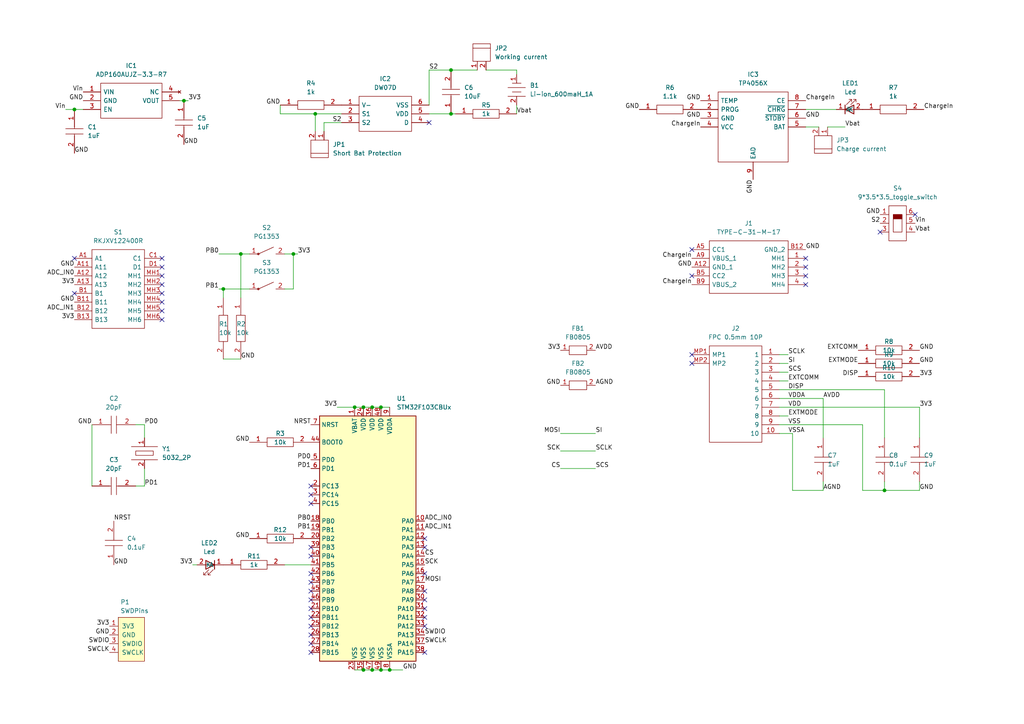
<source format=kicad_sch>
(kicad_sch (version 20211123) (generator eeschema)
  (paper "A4")
  (lib_symbols
    (symbol "Jumper_caps_1"
      (property "Reference" "JP" (at 0 2.54 0))
      (property "Value" "Jumper_caps_1" (at 0 2.54 0))
      (symbol "Jumper_caps_1_0_1"
        (rectangle (start -2.54 1.27) (end 2.54 -3.81))
        (polyline (pts (xy -2.54 0) (xy 2.54 0)))
      )
      (symbol "Jumper_caps_1_1_1"
        (pin bidirectional line (at -1.27 -6.35 90) (length 2.54) (name "") (number "1"))
        (pin bidirectional line (at 1.27 -6.35 90) (length 2.54) (name "") (number "2"))
      )
    )
    (symbol "Jumper_caps_2"
      (property "Reference" "JP" (at 0 2.54 0))
      (property "Value" "Jumper_caps_2" (at 0 2.54 0))
      (symbol "Jumper_caps_2_0_1"
        (rectangle (start -2.54 1.27) (end 2.54 -3.81))
        (polyline (pts (xy -2.54 0) (xy 2.54 0)))
      )
      (symbol "Jumper_caps_2_1_1"
        (pin bidirectional line (at -1.27 -6.35 90) (length 2.54) (name "") (number "1"))
        (pin bidirectional line (at 1.27 -6.35 90) (length 2.54) (name "") (number "2"))
      )
    )
    (symbol "MCU_ST_STM32F1:STM32F103CBUx"
      (property "Reference" "U" (at -15.24 36.83 0))
      (property "Value" "STM32F103CBUx" (at 7.62 36.83 0))
      (symbol "STM32F103CBUx_0_1"
        (rectangle (start -15.24 -35.56) (end 12.7 35.56) (stroke (width 0.254)) (fill (type background)))
      )
      (symbol "STM32F103CBUx_1_1"
        (pin power_in line (at -5.08 38.1 270) (length 2.54) (name "VBAT") (number "1"))
        (pin bidirectional line (at 15.24 5.08 180) (length 2.54) (name "PA0") (number "10"))
        (pin bidirectional line (at 15.24 2.54 180) (length 2.54) (name "PA1") (number "11"))
        (pin bidirectional line (at 15.24 0 180) (length 2.54) (name "PA2") (number "12"))
        (pin bidirectional line (at 15.24 -2.54 180) (length 2.54) (name "PA3") (number "13"))
        (pin bidirectional line (at 15.24 -5.08 180) (length 2.54) (name "PA4") (number "14"))
        (pin bidirectional line (at 15.24 -7.62 180) (length 2.54) (name "PA5") (number "15"))
        (pin bidirectional line (at 15.24 -10.16 180) (length 2.54) (name "PA6") (number "16"))
        (pin bidirectional line (at 15.24 -12.7 180) (length 2.54) (name "PA7") (number "17"))
        (pin bidirectional line (at -17.78 5.08 0) (length 2.54) (name "PB0") (number "18"))
        (pin bidirectional line (at -17.78 2.54 0) (length 2.54) (name "PB1") (number "19"))
        (pin bidirectional line (at -17.78 15.24 0) (length 2.54) (name "PC13") (number "2"))
        (pin bidirectional line (at -17.78 0 0) (length 2.54) (name "PB2") (number "20"))
        (pin bidirectional line (at -17.78 -20.32 0) (length 2.54) (name "PB10") (number "21"))
        (pin bidirectional line (at -17.78 -22.86 0) (length 2.54) (name "PB11") (number "22"))
        (pin power_in line (at -5.08 -38.1 90) (length 2.54) (name "VSS") (number "23"))
        (pin power_in line (at -2.54 38.1 270) (length 2.54) (name "VDD") (number "24"))
        (pin bidirectional line (at -17.78 -25.4 0) (length 2.54) (name "PB12") (number "25"))
        (pin bidirectional line (at -17.78 -27.94 0) (length 2.54) (name "PB13") (number "26"))
        (pin bidirectional line (at -17.78 -30.48 0) (length 2.54) (name "PB14") (number "27"))
        (pin bidirectional line (at -17.78 -33.02 0) (length 2.54) (name "PB15") (number "28"))
        (pin bidirectional line (at 15.24 -15.24 180) (length 2.54) (name "PA8") (number "29"))
        (pin bidirectional line (at -17.78 12.7 0) (length 2.54) (name "PC14") (number "3"))
        (pin bidirectional line (at 15.24 -17.78 180) (length 2.54) (name "PA9") (number "30"))
        (pin bidirectional line (at 15.24 -20.32 180) (length 2.54) (name "PA10") (number "31"))
        (pin bidirectional line (at 15.24 -22.86 180) (length 2.54) (name "PA11") (number "32"))
        (pin bidirectional line (at 15.24 -25.4 180) (length 2.54) (name "PA12") (number "33"))
        (pin bidirectional line (at 15.24 -27.94 180) (length 2.54) (name "PA13") (number "34"))
        (pin power_in line (at -2.54 -38.1 90) (length 2.54) (name "VSS") (number "35"))
        (pin power_in line (at 0 38.1 270) (length 2.54) (name "VDD") (number "36"))
        (pin bidirectional line (at 15.24 -30.48 180) (length 2.54) (name "PA14") (number "37"))
        (pin bidirectional line (at 15.24 -33.02 180) (length 2.54) (name "PA15") (number "38"))
        (pin bidirectional line (at -17.78 -2.54 0) (length 2.54) (name "PB3") (number "39"))
        (pin bidirectional line (at -17.78 10.16 0) (length 2.54) (name "PC15") (number "4"))
        (pin bidirectional line (at -17.78 -5.08 0) (length 2.54) (name "PB4") (number "40"))
        (pin bidirectional line (at -17.78 -7.62 0) (length 2.54) (name "PB5") (number "41"))
        (pin bidirectional line (at -17.78 -10.16 0) (length 2.54) (name "PB6") (number "42"))
        (pin bidirectional line (at -17.78 -12.7 0) (length 2.54) (name "PB7") (number "43"))
        (pin input line (at -17.78 27.94 0) (length 2.54) (name "BOOT0") (number "44"))
        (pin bidirectional line (at -17.78 -15.24 0) (length 2.54) (name "PB8") (number "45"))
        (pin bidirectional line (at -17.78 -17.78 0) (length 2.54) (name "PB9") (number "46"))
        (pin power_in line (at 0 -38.1 90) (length 2.54) (name "VSS") (number "47"))
        (pin power_in line (at 2.54 38.1 270) (length 2.54) (name "VDD") (number "48"))
        (pin power_in line (at 2.54 -38.1 90) (length 2.54) (name "VSS") (number "49"))
        (pin input line (at -17.78 22.86 0) (length 2.54) (name "PD0") (number "5"))
        (pin input line (at -17.78 20.32 0) (length 2.54) (name "PD1") (number "6"))
        (pin input line (at -17.78 33.02 0) (length 2.54) (name "NRST") (number "7"))
        (pin power_in line (at 5.08 -38.1 90) (length 2.54) (name "VSSA") (number "8"))
        (pin power_in line (at 5.08 38.1 270) (length 2.54) (name "VDDA") (number "9"))
      )
    )
    (symbol "dannySymLib:5032_2P" (pin_names (offset 1.016))
      (property "Reference" "Y" (at 0 0 0))
      (property "Value" "5032_2P" (at 0 2.54 0))
      (symbol "5032_2P_0_1"
        (polyline (pts (xy -2.54 -1.27) (xy -2.54 -8.89)))
        (polyline (pts (xy 1.27 -1.27) (xy 1.27 -8.89)))
        (polyline (pts (xy -1.27 -2.54) (xy -1.27 -7.62) (xy 0 -7.62) (xy 0 -2.54) (xy -1.27 -2.54)))
      )
      (symbol "5032_2P_1_1"
        (pin bidirectional line (at -5.08 -5.08 0) (length 2.54) (name "~") (number "1"))
        (pin bidirectional line (at 3.81 -5.08 180) (length 2.54) (name "~") (number "2"))
      )
    )
    (symbol "dannySymLib:9*3.5*3.5_toggle_switch"
      (property "Reference" "S" (at 6.35 -1.27 90))
      (property "Value" "9*3.5*3.5_toggle_switch" (at 0 7.62 0))
      (symbol "9*3.5*3.5_toggle_switch_0_1"
        (rectangle (start -1.27 0) (end 1.27 1.27) (fill (type outline)))
        (rectangle (start -1.27 1.27) (end 1.27 -3.81))
        (rectangle (start 2.54 3.81) (end -2.54 -6.35))
      )
      (symbol "9*3.5*3.5_toggle_switch_1_1"
        (pin bidirectional line (at -5.08 1.27 0) (length 2.54) (name "") (number "1"))
        (pin bidirectional line (at -5.08 -1.27 0) (length 2.54) (name "") (number "2"))
        (pin bidirectional line (at -5.08 -3.81 0) (length 2.54) (name "") (number "3"))
        (pin bidirectional line (at 5.08 -3.81 180) (length 2.54) (name "") (number "4"))
        (pin bidirectional line (at 5.08 -1.27 180) (length 2.54) (name "") (number "5"))
        (pin bidirectional line (at 5.08 1.27 180) (length 2.54) (name "") (number "6"))
      )
    )
    (symbol "dannySymLib:ADP160AUJZ-3.3-R7" (pin_names (offset 0.762))
      (property "Reference" "IC" (at 29.21 7.62 0))
      (property "Value" "ADP160AUJZ-3.3-R7" (at 29.21 5.08 0))
      (symbol "ADP160AUJZ-3.3-R7_0_0"
        (pin passive line (at 0 0 0) (length 5.08) (name "VIN") (number "1"))
        (pin passive line (at 0 -2.54 0) (length 5.08) (name "GND") (number "2"))
        (pin passive line (at 0 -5.08 0) (length 5.08) (name "EN") (number "3"))
        (pin no_connect line (at 27.94 0 180) (length 5.08) (name "NC") (number "4"))
        (pin passive line (at 27.94 -2.54 180) (length 5.08) (name "VOUT") (number "5"))
      )
      (symbol "ADP160AUJZ-3.3-R7_0_1"
        (polyline (pts (xy 5.08 2.54) (xy 22.86 2.54) (xy 22.86 -7.62) (xy 5.08 -7.62) (xy 5.08 2.54)) (stroke (width 0.1524)))
      )
    )
    (symbol "dannySymLib:C0603" (pin_names (offset 0.762))
      (property "Reference" "C" (at 8.89 6.35 0))
      (property "Value" "C0603" (at 8.89 3.81 0))
      (symbol "C0603_0_0"
        (pin passive line (at 0 0 0) (length 5.08) (name "~") (number "1"))
        (pin passive line (at 12.7 0 180) (length 5.08) (name "~") (number "2"))
      )
      (symbol "C0603_0_1"
        (polyline (pts (xy 5.08 0) (xy 5.588 0)) (stroke (width 0.1524)))
        (polyline (pts (xy 5.588 2.54) (xy 5.588 -2.54)) (stroke (width 0.1524)))
        (polyline (pts (xy 7.112 0) (xy 7.62 0)) (stroke (width 0.1524)))
        (polyline (pts (xy 7.112 2.54) (xy 7.112 -2.54)) (stroke (width 0.1524)))
      )
    )
    (symbol "dannySymLib:CR0603" (pin_names (offset 0.762))
      (property "Reference" "R" (at 13.97 6.35 0))
      (property "Value" "CR0603" (at 13.97 3.81 0))
      (symbol "CR0603_0_0"
        (pin passive line (at 0 0 0) (length 5.08) (name "~") (number "1"))
        (pin passive line (at 17.78 0 180) (length 5.08) (name "~") (number "2"))
      )
      (symbol "CR0603_0_1"
        (polyline (pts (xy 5.08 1.27) (xy 12.7 1.27) (xy 12.7 -1.27) (xy 5.08 -1.27) (xy 5.08 1.27)) (stroke (width 0.1524)))
      )
    )
    (symbol "dannySymLib:DW07D" (pin_names (offset 0.762))
      (property "Reference" "IC" (at 26.67 5.08 0))
      (property "Value" "DW07D" (at 26.67 2.54 0))
      (symbol "DW07D_0_0"
        (pin passive line (at 0 0 0) (length 5.08) (name "V-") (number "1"))
        (pin passive line (at 0 -2.54 0) (length 5.08) (name "S1") (number "2"))
        (pin passive line (at 0 -5.08 0) (length 5.08) (name "S2") (number "3"))
        (pin passive line (at 25.4 -5.08 180) (length 5.08) (name "D") (number "4"))
        (pin passive line (at 25.4 -2.54 180) (length 5.08) (name "VDD") (number "5"))
        (pin passive line (at 25.4 0 180) (length 5.08) (name "VSS") (number "6"))
      )
      (symbol "DW07D_0_1"
        (polyline (pts (xy 5.08 2.54) (xy 20.32 2.54) (xy 20.32 -7.62) (xy 5.08 -7.62) (xy 5.08 2.54)) (stroke (width 0.1524)))
      )
    )
    (symbol "dannySymLib:FB0805"
      (property "Reference" "FB" (at 0 0 0))
      (property "Value" "FB0805" (at 0 0 0))
      (symbol "FB0805_0_1"
        (rectangle (start -2.54 1.27) (end 2.54 -1.27))
      )
      (symbol "FB0805_1_1"
        (pin input line (at -5.08 0 0) (length 2.54) (name "") (number "1"))
        (pin input line (at 5.08 0 180) (length 2.54) (name "") (number "2"))
      )
    )
    (symbol "dannySymLib:FPC 0.5mm 10P" (pin_names (offset 0.762))
      (property "Reference" "J" (at 21.59 7.62 0))
      (property "Value" "FPC 0.5mm 10P" (at 21.59 5.08 0))
      (symbol "FPC 0.5mm 10P_0_0"
        (pin passive line (at 25.4 0 180) (length 5.08) (name "1") (number "1"))
        (pin passive line (at 25.4 -22.86 180) (length 5.08) (name "10") (number "10"))
        (pin passive line (at 25.4 -2.54 180) (length 5.08) (name "2") (number "2"))
        (pin passive line (at 25.4 -5.08 180) (length 5.08) (name "3") (number "3"))
        (pin passive line (at 25.4 -7.62 180) (length 5.08) (name "4") (number "4"))
        (pin passive line (at 25.4 -10.16 180) (length 5.08) (name "5") (number "5"))
        (pin passive line (at 25.4 -12.7 180) (length 5.08) (name "6") (number "6"))
        (pin passive line (at 25.4 -15.24 180) (length 5.08) (name "7") (number "7"))
        (pin passive line (at 25.4 -17.78 180) (length 5.08) (name "8") (number "8"))
        (pin passive line (at 25.4 -20.32 180) (length 5.08) (name "9") (number "9"))
        (pin passive line (at 0 0 0) (length 5.08) (name "MP1") (number "MP1"))
        (pin passive line (at 0 -2.54 0) (length 5.08) (name "MP2") (number "MP2"))
      )
      (symbol "FPC 0.5mm 10P_0_1"
        (polyline (pts (xy 5.08 2.54) (xy 20.32 2.54) (xy 20.32 -25.4) (xy 5.08 -25.4) (xy 5.08 2.54)) (stroke (width 0.1524)))
      )
    )
    (symbol "dannySymLib:Jumper_caps"
      (property "Reference" "JP" (at 0 2.54 0))
      (property "Value" "Jumper_caps" (at 0 2.54 0))
      (symbol "Jumper_caps_0_1"
        (rectangle (start -2.54 1.27) (end 2.54 -3.81))
        (polyline (pts (xy -2.54 0) (xy 2.54 0)))
      )
      (symbol "Jumper_caps_1_1"
        (pin bidirectional line (at -1.27 -6.35 90) (length 2.54) (name "") (number "1"))
        (pin bidirectional line (at 1.27 -6.35 90) (length 2.54) (name "") (number "2"))
      )
    )
    (symbol "dannySymLib:Led" (pin_names (offset 1.016))
      (property "Reference" "LED" (at 0 5.08 0))
      (property "Value" "Led" (at 0 7.62 0))
      (symbol "Led_1_1"
        (polyline (pts (xy -1.27 -1.27) (xy -1.27 1.27)) (stroke (width 0.254)))
        (polyline (pts (xy -1.27 0) (xy 1.27 0)))
        (polyline (pts (xy 1.27 -1.27) (xy 1.27 1.27) (xy -1.27 0) (xy 1.27 -1.27)) (stroke (width 0.254)))
        (polyline (pts (xy -0.889 1.397) (xy 0.635 2.921) (xy -0.127 2.921) (xy 0.635 2.921) (xy 0.635 2.159)))
        (polyline (pts (xy 0.381 1.397) (xy 1.905 2.921) (xy 1.143 2.921) (xy 1.905 2.921) (xy 1.905 2.159)))
        (pin passive line (at -3.81 0 0) (length 2.54) (name "K") (number "1"))
        (pin passive line (at 3.81 0 180) (length 2.54) (name "A") (number "2"))
      )
    )
    (symbol "dannySymLib:Li-ion_600maH_1A"
      (property "Reference" "B" (at 0 0 0))
      (property "Value" "Li-ion_600maH_1A" (at 1.27 5.08 0))
      (symbol "Li-ion_600maH_1A_0_1"
        (polyline (pts (xy -1.27 1.27) (xy -1.27 -1.27)))
        (polyline (pts (xy 0 2.54) (xy 0 -2.54)))
        (polyline (pts (xy 1.27 1.27) (xy 1.27 -1.27)))
        (polyline (pts (xy 2.54 2.54) (xy 2.54 -2.54)))
      )
      (symbol "Li-ion_600maH_1A_1_1"
        (pin power_out line (at -3.81 0 0) (length 2.54) (name "") (number "1"))
        (pin power_out line (at 5.08 0 180) (length 2.54) (name "") (number "2"))
      )
    )
    (symbol "dannySymLib:PG1353"
      (property "Reference" "S" (at 0 0 0))
      (property "Value" "PG1353" (at 0 0 0))
      (symbol "PG1353_0_1"
        (circle (center -2.54 0) (radius 0.0001))
        (circle (center -2.54 0) (radius 0.2785))
        (polyline (pts (xy -2.54 0) (xy 1.8669 1.9924)))
      )
      (symbol "PG1353_1_1"
        (pin input line (at -5.08 0 0) (length 2.54) (name "") (number "1"))
        (pin input line (at 5.08 0 180) (length 2.54) (name "") (number "2"))
      )
    )
    (symbol "dannySymLib:RKJXV122400R" (pin_names (offset 0.762))
      (property "Reference" "S" (at 21.59 7.62 0))
      (property "Value" "RKJXV122400R" (at 21.59 5.08 0))
      (symbol "RKJXV122400R_0_0"
        (pin passive line (at 0 0 0) (length 5.08) (name "A1") (number "A1"))
        (pin passive line (at 0 -2.54 0) (length 5.08) (name "A11") (number "A11"))
        (pin passive line (at 0 -5.08 0) (length 5.08) (name "A12") (number "A12"))
        (pin passive line (at 0 -7.62 0) (length 5.08) (name "A13") (number "A13"))
        (pin passive line (at 0 -10.16 0) (length 5.08) (name "B1") (number "B1"))
        (pin passive line (at 0 -12.7 0) (length 5.08) (name "B11") (number "B11"))
        (pin passive line (at 0 -15.24 0) (length 5.08) (name "B12") (number "B12"))
        (pin passive line (at 0 -17.78 0) (length 5.08) (name "B13") (number "B13"))
        (pin passive line (at 25.4 0 180) (length 5.08) (name "C1") (number "C1"))
        (pin passive line (at 25.4 -2.54 180) (length 5.08) (name "D1") (number "D1"))
        (pin passive line (at 25.4 -5.08 180) (length 5.08) (name "MH1") (number "MH1"))
        (pin passive line (at 25.4 -7.62 180) (length 5.08) (name "MH2") (number "MH2"))
        (pin passive line (at 25.4 -10.16 180) (length 5.08) (name "MH3") (number "MH3"))
        (pin passive line (at 25.4 -12.7 180) (length 5.08) (name "MH4") (number "MH4"))
        (pin passive line (at 25.4 -15.24 180) (length 5.08) (name "MH5") (number "MH5"))
        (pin passive line (at 25.4 -17.78 180) (length 5.08) (name "MH6") (number "MH6"))
      )
      (symbol "RKJXV122400R_0_1"
        (polyline (pts (xy 5.08 2.54) (xy 20.32 2.54) (xy 20.32 -20.32) (xy 5.08 -20.32) (xy 5.08 2.54)) (stroke (width 0.1524)))
      )
    )
    (symbol "dannySymLib:SWDPins" (pin_names (offset 1.016))
      (property "Reference" "P" (at -5.08 2.54 0))
      (property "Value" "SWDPins" (at 0 5.08 0))
      (symbol "SWDPins_0_1"
        (rectangle (start -6.35 -3.81) (end 6.35 3.81) (fill (type background)))
      )
      (symbol "SWDPins_1_1"
        (pin bidirectional line (at -3.81 -6.35 90) (length 2.54) (name "3V3") (number "1"))
        (pin bidirectional line (at -1.27 -6.35 90) (length 2.54) (name "GND") (number "2"))
        (pin bidirectional line (at 1.27 -6.35 90) (length 2.54) (name "SWDIO") (number "3"))
        (pin bidirectional line (at 3.81 -6.35 90) (length 2.54) (name "SWCLK") (number "4"))
      )
    )
    (symbol "dannySymLib:TP4056X" (pin_names (offset 0.762))
      (property "Reference" "IC" (at 5.08 6.35 0))
      (property "Value" "TP4056X" (at 5.08 3.81 0))
      (symbol "TP4056X_0_0"
        (pin passive line (at 0 0 0) (length 5.08) (name "TEMP") (number "1"))
        (pin passive line (at 0 -2.54 0) (length 5.08) (name "PROG") (number "2"))
        (pin passive line (at 0 -5.08 0) (length 5.08) (name "GND") (number "3"))
        (pin passive line (at 0 -7.62 0) (length 5.08) (name "VCC") (number "4"))
        (pin passive line (at 30.48 -7.62 180) (length 5.08) (name "BAT") (number "5"))
        (pin passive line (at 30.48 -5.08 180) (length 5.08) (name "~{STDBY}") (number "6"))
        (pin passive line (at 30.48 -2.54 180) (length 5.08) (name "~{CHRG}") (number "7"))
        (pin passive line (at 30.48 0 180) (length 5.08) (name "CE") (number "8"))
        (pin passive line (at 15.24 -22.86 90) (length 5.08) (name "EAD") (number "9"))
      )
      (symbol "TP4056X_0_1"
        (polyline (pts (xy 5.08 2.54) (xy 25.4 2.54) (xy 25.4 -17.78) (xy 5.08 -17.78) (xy 5.08 2.54)) (stroke (width 0.1524)))
      )
    )
    (symbol "dannySymLib:TYPE-C-31-M-17" (pin_names (offset 0.762))
      (property "Reference" "J" (at 35.56 7.62 0))
      (property "Value" "TYPE-C-31-M-17" (at 35.56 2.54 0))
      (symbol "TYPE-C-31-M-17_0_0"
        (pin passive line (at 33.02 -2.54 180) (length 5.08) (name "MH1") (number "1"))
        (pin passive line (at 33.02 -5.08 180) (length 5.08) (name "MH2") (number "2"))
        (pin passive line (at 33.02 -7.62 180) (length 5.08) (name "MH3") (number "3"))
        (pin passive line (at 33.02 -10.16 180) (length 5.08) (name "MH4") (number "4"))
        (pin passive line (at 0 -5.08 0) (length 5.08) (name "GND_1") (number "A12"))
        (pin passive line (at 0 0 0) (length 5.08) (name "CC1") (number "A5"))
        (pin passive line (at 0 -2.54 0) (length 5.08) (name "VBUS_1") (number "A9"))
        (pin passive line (at 33.02 0 180) (length 5.08) (name "GND_2") (number "B12"))
        (pin passive line (at 0 -7.62 0) (length 5.08) (name "CC2") (number "B5"))
        (pin passive line (at 0 -10.16 0) (length 5.08) (name "VBUS_2") (number "B9"))
      )
      (symbol "TYPE-C-31-M-17_0_1"
        (polyline (pts (xy 5.08 2.54) (xy 27.94 2.54) (xy 27.94 -12.7) (xy 5.08 -12.7) (xy 5.08 2.54)) (stroke (width 0.1524)))
      )
    )
  )
  (junction (at 130.81 33.02))
  (junction (at 21.59 31.75))
  (junction (at 130.81 20.32))
  (junction (at 53.34 29.21))
  (junction (at 64.77 83.82))
  (junction (at 107.95 194.31))
  (junction (at 105.41 194.31))
  (junction (at 110.49 194.31))
  (junction (at 102.87 118.11))
  (junction (at 113.03 194.31))
  (junction (at 91.44 33.02))
  (junction (at 69.85 73.66))
  (junction (at 256.54 142.24))
  (junction (at 110.49 118.11))
  (junction (at 85.09 73.66))
  (junction (at 107.95 118.11))
  (junction (at 105.41 118.11))
  (no_connect (at 265.43 62.23))
  (no_connect (at 46.99 82.55))
  (no_connect (at 46.99 85.09))
  (no_connect (at 46.99 87.63))
  (no_connect (at 46.99 90.17))
  (no_connect (at 46.99 92.71))
  (no_connect (at 46.99 80.01))
  (no_connect (at 124.46 35.56))
  (no_connect (at 21.59 74.93))
  (no_connect (at 21.59 85.09))
  (no_connect (at 46.99 74.93))
  (no_connect (at 46.99 77.47))
  (no_connect (at 90.17 173.99))
  (no_connect (at 90.17 168.91))
  (no_connect (at 90.17 171.45))
  (no_connect (at 90.17 140.97))
  (no_connect (at 90.17 143.51))
  (no_connect (at 90.17 146.05))
  (no_connect (at 90.17 158.75))
  (no_connect (at 90.17 161.29))
  (no_connect (at 90.17 166.37))
  (no_connect (at 255.27 67.31))
  (no_connect (at 123.19 189.23))
  (no_connect (at 90.17 176.53))
  (no_connect (at 90.17 179.07))
  (no_connect (at 90.17 181.61))
  (no_connect (at 90.17 184.15))
  (no_connect (at 90.17 186.69))
  (no_connect (at 90.17 189.23))
  (no_connect (at 123.19 181.61))
  (no_connect (at 123.19 179.07))
  (no_connect (at 123.19 176.53))
  (no_connect (at 123.19 173.99))
  (no_connect (at 123.19 171.45))
  (no_connect (at 123.19 166.37))
  (no_connect (at 123.19 158.75))
  (no_connect (at 123.19 156.21))
  (no_connect (at 200.66 72.39))
  (no_connect (at 200.66 80.01))
  (no_connect (at 233.68 82.55))
  (no_connect (at 233.68 74.93))
  (no_connect (at 233.68 77.47))
  (no_connect (at 233.68 80.01))
  (no_connect (at 200.66 102.87))
  (no_connect (at 200.66 105.41))
  (wire (pts (xy 63.5 73.66) (xy 69.85 73.66)))
  (wire (pts (xy 162.56 125.73) (xy 172.72 125.73)))
  (wire (pts (xy 238.76 139.7) (xy 238.76 142.24)))
  (wire (pts (xy 64.77 104.14) (xy 69.85 104.14)))
  (wire (pts (xy 93.98 38.1) (xy 93.98 35.56)))
  (wire (pts (xy 226.06 107.95) (xy 228.6 107.95)))
  (wire (pts (xy 102.87 118.11) (xy 105.41 118.11)))
  (wire (pts (xy 124.46 20.32) (xy 124.46 30.48)))
  (wire (pts (xy 226.06 123.19) (xy 250.19 123.19)))
  (wire (pts (xy 82.55 73.66) (xy 85.09 73.66)))
  (wire (pts (xy 226.06 118.11) (xy 266.7 118.11)))
  (wire (pts (xy 19.05 31.75) (xy 21.59 31.75)))
  (wire (pts (xy 93.98 35.56) (xy 99.06 35.56)))
  (wire (pts (xy 41.91 135.89) (xy 41.91 140.97)))
  (wire (pts (xy 233.68 36.83) (xy 237.49 36.83)))
  (wire (pts (xy 52.07 29.21) (xy 53.34 29.21)))
  (wire (pts (xy 105.41 118.11) (xy 107.95 118.11)))
  (wire (pts (xy 229.87 142.24) (xy 238.76 142.24)))
  (wire (pts (xy 266.7 142.24) (xy 256.54 142.24)))
  (wire (pts (xy 250.19 142.24) (xy 256.54 142.24)))
  (wire (pts (xy 238.76 115.57) (xy 238.76 127)))
  (wire (pts (xy 140.97 20.32) (xy 149.86 20.32)))
  (wire (pts (xy 53.34 29.21) (xy 54.61 29.21)))
  (wire (pts (xy 82.55 163.83) (xy 90.17 163.83)))
  (wire (pts (xy 256.54 139.7) (xy 256.54 142.24)))
  (wire (pts (xy 91.44 33.02) (xy 91.44 38.1)))
  (wire (pts (xy 130.81 20.32) (xy 138.43 20.32)))
  (wire (pts (xy 226.06 105.41) (xy 228.6 105.41)))
  (wire (pts (xy 105.41 194.31) (xy 107.95 194.31)))
  (wire (pts (xy 97.79 118.11) (xy 102.87 118.11)))
  (wire (pts (xy 266.7 118.11) (xy 266.7 127)))
  (wire (pts (xy 63.5 83.82) (xy 64.77 83.82)))
  (wire (pts (xy 64.77 83.82) (xy 72.39 83.82)))
  (wire (pts (xy 130.81 33.02) (xy 132.08 33.02)))
  (wire (pts (xy 162.56 135.89) (xy 172.72 135.89)))
  (wire (pts (xy 64.77 83.82) (xy 64.77 86.36)))
  (wire (pts (xy 226.06 125.73) (xy 229.87 125.73)))
  (wire (pts (xy 110.49 194.31) (xy 113.03 194.31)))
  (wire (pts (xy 130.81 20.32) (xy 124.46 20.32)))
  (wire (pts (xy 113.03 194.31) (xy 116.84 194.31)))
  (wire (pts (xy 250.19 123.19) (xy 250.19 142.24)))
  (wire (pts (xy 149.86 30.48) (xy 149.86 33.02)))
  (wire (pts (xy 226.06 110.49) (xy 228.6 110.49)))
  (wire (pts (xy 55.88 163.83) (xy 57.15 163.83)))
  (wire (pts (xy 41.91 140.97) (xy 39.37 140.97)))
  (wire (pts (xy 124.46 33.02) (xy 130.81 33.02)))
  (wire (pts (xy 81.28 33.02) (xy 91.44 33.02)))
  (wire (pts (xy 85.09 83.82) (xy 85.09 73.66)))
  (wire (pts (xy 233.68 31.75) (xy 242.57 31.75)))
  (wire (pts (xy 110.49 118.11) (xy 113.03 118.11)))
  (wire (pts (xy 102.87 194.31) (xy 105.41 194.31)))
  (wire (pts (xy 69.85 73.66) (xy 69.85 86.36)))
  (wire (pts (xy 107.95 118.11) (xy 110.49 118.11)))
  (wire (pts (xy 26.67 123.19) (xy 26.67 140.97)))
  (wire (pts (xy 85.09 73.66) (xy 86.36 73.66)))
  (wire (pts (xy 91.44 33.02) (xy 99.06 33.02)))
  (wire (pts (xy 39.37 123.19) (xy 41.91 123.19)))
  (wire (pts (xy 229.87 125.73) (xy 229.87 142.24)))
  (wire (pts (xy 226.06 113.03) (xy 256.54 113.03)))
  (wire (pts (xy 240.03 36.83) (xy 245.11 36.83)))
  (wire (pts (xy 82.55 83.82) (xy 85.09 83.82)))
  (wire (pts (xy 256.54 113.03) (xy 256.54 127)))
  (wire (pts (xy 107.95 194.31) (xy 110.49 194.31)))
  (wire (pts (xy 226.06 120.65) (xy 228.6 120.65)))
  (wire (pts (xy 266.7 139.7) (xy 266.7 142.24)))
  (wire (pts (xy 41.91 123.19) (xy 41.91 127)))
  (wire (pts (xy 149.86 21.59) (xy 149.86 20.32)))
  (wire (pts (xy 81.28 30.48) (xy 81.28 33.02)))
  (wire (pts (xy 21.59 31.75) (xy 24.13 31.75)))
  (wire (pts (xy 226.06 102.87) (xy 228.6 102.87)))
  (wire (pts (xy 162.56 130.81) (xy 172.72 130.81)))
  (wire (pts (xy 69.85 73.66) (xy 72.39 73.66)))
  (wire (pts (xy 226.06 115.57) (xy 238.76 115.57)))
  (label "GND" (at 24.13 29.21 180))
  (label "VSSA" (at 228.6 125.73 0))
  (label "GND" (at 31.75 184.15 180))
  (label "3V3" (at 54.61 29.21 0))
  (label "GND" (at 233.68 72.39 0))
  (label "Vbat" (at 149.86 33.02 0))
  (label "GND" (at 72.39 128.27 180))
  (label "GND" (at 185.42 31.75 180))
  (label "AGND" (at 238.76 142.24 0))
  (label "SI" (at 228.6 105.41 0))
  (label "GND" (at 203.2 29.21 180))
  (label "ChargeIn" (at 200.66 74.93 180))
  (label "CS" (at 123.19 161.29 0))
  (label "ADC_IN0" (at 123.19 151.13 0))
  (label "PD0" (at 41.91 123.19 0))
  (label "PB0" (at 90.17 151.13 180))
  (label "VDDA" (at 228.6 115.57 0))
  (label "GND" (at 233.68 34.29 0))
  (label "PB1" (at 63.5 83.82 180))
  (label "MOSI" (at 162.56 125.73 180))
  (label "GND" (at 266.7 142.24 0))
  (label "S2" (at 99.06 35.56 180))
  (label "SWCLK" (at 123.19 186.69 0))
  (label "PB1" (at 90.17 153.67 180))
  (label "GND" (at 21.59 87.63 180))
  (label "EXTMODE" (at 228.6 120.65 0))
  (label "SCLK" (at 228.6 102.87 0))
  (label "PB0" (at 63.5 73.66 180))
  (label "Vin" (at 265.43 64.77 0))
  (label "SI" (at 172.72 125.73 0))
  (label "PD1" (at 41.91 140.97 0))
  (label "SCLK" (at 172.72 130.81 0))
  (label "SCK" (at 123.19 163.83 0))
  (label "GND" (at 33.02 163.83 0))
  (label "EXTCOMM" (at 228.6 110.49 0))
  (label "GND" (at 266.7 101.6 0))
  (label "DISP" (at 248.92 109.22 180))
  (label "S2" (at 124.46 20.32 0))
  (label "AVDD" (at 172.72 101.6 0))
  (label "GND" (at 26.67 123.19 180))
  (label "ADC_IN1" (at 21.59 90.17 180))
  (label "GND" (at 21.59 44.45 0))
  (label "GND" (at 203.2 34.29 180))
  (label "Vin" (at 19.05 31.75 180))
  (label "MOSI" (at 123.19 168.91 0))
  (label "VSS" (at 228.6 123.19 0))
  (label "PD0" (at 90.17 133.35 180))
  (label "GND" (at 218.44 52.07 270))
  (label "GND" (at 69.85 104.14 0))
  (label "DISP" (at 228.6 113.03 0))
  (label "3V3" (at 86.36 73.66 0))
  (label "3V3" (at 266.7 109.22 0))
  (label "ChargeIn" (at 203.2 36.83 180))
  (label "SWDIO" (at 31.75 186.69 180))
  (label "AVDD" (at 238.76 115.57 0))
  (label "ChargeIn" (at 267.97 31.75 0))
  (label "SCK" (at 162.56 130.81 180))
  (label "SCS" (at 228.6 107.95 0))
  (label "GND" (at 162.56 111.76 180))
  (label "Vin" (at 24.13 26.67 180))
  (label "PD1" (at 90.17 135.89 180))
  (label "ChargeIn" (at 200.66 82.55 180))
  (label "SWCLK" (at 31.75 189.23 180))
  (label "Vbat" (at 265.43 67.31 0))
  (label "3V3" (at 266.7 118.11 0))
  (label "EXTMODE" (at 248.92 105.41 180))
  (label "AGND" (at 172.72 111.76 0))
  (label "GND" (at 72.39 156.21 180))
  (label "NRST" (at 90.17 123.19 180))
  (label "3V3" (at 31.75 181.61 180))
  (label "GND" (at 116.84 194.31 0))
  (label "3V3" (at 97.79 118.11 180))
  (label "VDD" (at 228.6 118.11 0))
  (label "SWDIO" (at 123.19 184.15 0))
  (label "CS" (at 162.56 135.89 180))
  (label "ChargeIn" (at 233.68 29.21 0))
  (label "3V3" (at 55.88 163.83 180))
  (label "3V3" (at 162.56 101.6 180))
  (label "GND" (at 200.66 77.47 180))
  (label "GND" (at 21.59 77.47 180))
  (label "EXTCOMM" (at 248.92 101.6 180))
  (label "GND" (at 266.7 105.41 0))
  (label "ADC_IN1" (at 123.19 153.67 0))
  (label "3V3" (at 21.59 82.55 180))
  (label "GND" (at 255.27 62.23 180))
  (label "GND" (at 81.28 30.48 180))
  (label "GND" (at 53.34 41.91 0))
  (label "ADC_IN0" (at 21.59 80.01 180))
  (label "3V3" (at 21.59 92.71 180))
  (label "NRST" (at 33.02 151.13 0))
  (label "S2" (at 255.27 64.77 180))
  (label "SCS" (at 172.72 135.89 0))
  (label "Vbat" (at 245.11 36.83 0))
  (symbol (lib_id "dannySymLib:FB0805") (at 167.64 101.6 0) (unit 1)
    (property "Reference" "FB1" (at 167.64 95.25 0))
    (property "Value" "FB0805" (at 167.64 97.79 0))
    (property "Footprint" "DannyFootprintLibs:L0805" (effects hide))
  )
  (symbol (lib_id "dannySymLib:Led") (at 60.96 163.83 180) (unit 1)
    (property "Reference" "LED2" (at 60.706 157.48 0))
    (property "Value" "Led" (at 60.706 160.02 0))
    (property "Footprint" "DannyFootprintLibs:LED0805-RD_RED" (effects hide))
  )
  (symbol (lib_id "dannySymLib:TP4056X") (at 203.2 29.21 0) (unit 1)
    (property "Reference" "IC3" (at 218.44 21.59 0))
    (property "Value" "TP4056X" (at 218.44 24.13 0))
    (property "Footprint" "DannyFootprintLibs:ESOP-8_L4.9-W3.9-P1.27-LS6.0-BL-EP" (effects hide))
    (property "Datasheet" "https://datasheet.lcsc.com/szlcsc/Nanjing-Extension-Microelectronics-TP4056X_C191323.pdf" (effects hide))
    (property "Description" "PMIC - Battery Management SOP-8_EP_150mil RoHS" (effects hide))
    (property "Height" "1.75" (effects hide))
    (property "Manufacturer_Name" "Nanjing Extension Microelectronics" (effects hide))
    (property "Manufacturer_Part_Number" "TP4056X" (effects hide))
  )
  (symbol (lib_id "dannySymLib:ADP160AUJZ-3.3-R7") (at 24.13 26.67 0) (unit 1)
    (property "Reference" "IC1" (at 38.1 19.05 0))
    (property "Value" "ADP160AUJZ-3.3-R7" (at 38.1 21.59 0))
    (property "Footprint" "DannyFootprintLibs:SOT95P280X100-5N" (effects hide))
    (property "Datasheet" "https://datasheet.lcsc.com/szlcsc/Analog-Devices-ADI-ADP160AUJZ-3-3-R7_C153207.pdf" (effects hide))
    (property "Description" "Linear Voltage Regulators 150mA LDO 3.3Vout w/ QOD" (effects hide))
    (property "Height" "1" (effects hide))
    (property "Manufacturer_Name" "Analog Devices" (effects hide))
    (property "Manufacturer_Part_Number" "ADP160AUJZ-3.3-R7" (effects hide))
    (property "Mouser Part Number" "584-ADP160AUJZ-3.3R7" (effects hide))
    (property "Mouser Price/Stock" "https://www.mouser.co.uk/ProductDetail/Analog-Devices/ADP160AUJZ-33-R7?qs=WIvQP4zGanjwQREaBvEWig%3D%3D" (effects hide))
    (property "Arrow Part Number" "ADP160AUJZ-3.3-R7" (effects hide))
    (property "Arrow Price/Stock" "https://www.arrow.com/en/products/adp160aujz-3.3-r7/analog-devices?region=nac" (effects hide))
  )
  (symbol (lib_id "dannySymLib:CR0603") (at 248.92 105.41 0) (unit 1)
    (property "Reference" "R9" (at 257.81 102.87 0))
    (property "Value" "10k" (at 257.81 105.41 0))
    (property "Footprint" "DannyFootprintLibs:R0603" (effects hide))
    (property "Datasheet" "https://www.bourns.com/pdfs/chpreztr.pdf" (effects hide))
    (property "Description" "Bourns Chip Resistors CR0603 series 681" (effects hide))
    (property "Height" "0.55" (effects hide))
    (property "Manufacturer_Name" "Bourns" (effects hide))
    (property "Manufacturer_Part_Number" "CR0603-JW-681ELF" (effects hide))
    (property "Arrow Part Number" "CR0603-JW-681ELF" (effects hide))
    (property "Arrow Price/Stock" "https://www.arrow.com/en/products/cr0603-jw-681elf/bourns" (effects hide))
  )
  (symbol (lib_id "dannySymLib:CR0603") (at 132.08 33.02 0) (unit 1)
    (property "Reference" "R5" (at 140.97 30.48 0))
    (property "Value" "1k" (at 140.97 33.02 0))
    (property "Footprint" "DannyFootprintLibs:R0603" (effects hide))
    (property "Datasheet" "https://www.bourns.com/pdfs/chpreztr.pdf" (effects hide))
    (property "Description" "Bourns Chip Resistors CR0603 series 681" (effects hide))
    (property "Height" "0.55" (effects hide))
    (property "Manufacturer_Name" "Bourns" (effects hide))
    (property "Manufacturer_Part_Number" "CR0603-JW-681ELF" (effects hide))
    (property "Arrow Part Number" "CR0603-JW-681ELF" (effects hide))
    (property "Arrow Price/Stock" "https://www.arrow.com/en/products/cr0603-jw-681elf/bourns" (effects hide))
  )
  (symbol (lib_id "dannySymLib:Li-ion_600maH_1A") (at 149.86 25.4 270) (unit 1)
    (property "Reference" "B1" (at 153.67 24.7649 90) (effects (justify left)))
    (property "Value" "Li-ion_600maH_1A" (at 153.67 27.3049 90) (effects (justify left)))
    (property "Footprint" "DannyFootprintLibs:2P bat" (effects hide))
  )
  (symbol (lib_id "dannySymLib:C0603") (at 256.54 127 270) (unit 1)
    (property "Reference" "C8" (at 257.81 132.08 90) (effects (justify left)))
    (property "Value" "0.1uF" (at 257.81 134.62 90) (effects (justify left)))
    (property "Footprint" "DannyFootprintLibs:C0603" (effects hide))
    (property "Datasheet" "https://product.tdk.com/system/files/dam/doc/product/capacitor/ceramic/mlcc/catalog/mlcc_commercial_general_en.pdf" (effects hide))
    (property "Description" "TDK C0603 100pF Ceramic Multilayer Capacitor, 50 V dc, +125C, C0G Dielectric, +/-5pF" (effects hide))
    (property "Height" "0.33" (effects hide))
    (property "Manufacturer_Name" "TDK" (effects hide))
    (property "Manufacturer_Part_Number" "C0603C0G1H101J030BA" (effects hide))
    (property "Arrow Part Number" "C0603C0G1H101J030BA" (effects hide))
    (property "Arrow Price/Stock" "https://www.arrow.com/en/products/c0603c0g1h101j030ba/tdk" (effects hide))
  )
  (symbol (lib_id "dannySymLib:CR0603") (at 248.92 109.22 0) (unit 1)
    (property "Reference" "R10" (at 257.81 106.68 0))
    (property "Value" "10k" (at 257.81 109.22 0))
    (property "Footprint" "DannyFootprintLibs:R0603" (effects hide))
    (property "Datasheet" "https://www.bourns.com/pdfs/chpreztr.pdf" (effects hide))
    (property "Description" "Bourns Chip Resistors CR0603 series 681" (effects hide))
    (property "Height" "0.55" (effects hide))
    (property "Manufacturer_Name" "Bourns" (effects hide))
    (property "Manufacturer_Part_Number" "CR0603-JW-681ELF" (effects hide))
    (property "Arrow Part Number" "CR0603-JW-681ELF" (effects hide))
    (property "Arrow Price/Stock" "https://www.arrow.com/en/products/cr0603-jw-681elf/bourns" (effects hide))
  )
  (symbol (lib_id "dannySymLib:C0603") (at 26.67 123.19 0) (unit 1)
    (property "Reference" "C2" (at 33.02 115.57 0))
    (property "Value" "20pF" (at 33.02 118.11 0))
    (property "Footprint" "DannyFootprintLibs:C0603" (effects hide))
    (property "Datasheet" "https://product.tdk.com/system/files/dam/doc/product/capacitor/ceramic/mlcc/catalog/mlcc_commercial_general_en.pdf" (effects hide))
    (property "Description" "TDK C0603 100pF Ceramic Multilayer Capacitor, 50 V dc, +125C, C0G Dielectric, +/-5pF" (effects hide))
    (property "Height" "0.33" (effects hide))
    (property "Manufacturer_Name" "TDK" (effects hide))
    (property "Manufacturer_Part_Number" "C0603C0G1H101J030BA" (effects hide))
    (property "Arrow Part Number" "C0603C0G1H101J030BA" (effects hide))
    (property "Arrow Price/Stock" "https://www.arrow.com/en/products/c0603c0g1h101j030ba/tdk" (effects hide))
  )
  (symbol (lib_id "dannySymLib:PG1353") (at 77.47 73.66 0) (unit 1)
    (property "Reference" "S2" (at 77.3307 66.04 0))
    (property "Value" "PG1353" (at 77.3307 68.58 0))
    (property "Footprint" "DannyFootprintLibs:SW_Kailh_Choc_V2" (effects hide))
  )
  (symbol (lib_id "dannySymLib:CR0603") (at 72.39 156.21 0) (unit 1)
    (property "Reference" "R12" (at 81.28 153.67 0))
    (property "Value" "10k" (at 81.28 156.21 0))
    (property "Footprint" "DannyFootprintLibs:R0603" (effects hide))
    (property "Datasheet" "https://www.bourns.com/pdfs/chpreztr.pdf" (effects hide))
    (property "Description" "Bourns Chip Resistors CR0603 series 681" (effects hide))
    (property "Height" "0.55" (effects hide))
    (property "Manufacturer_Name" "Bourns" (effects hide))
    (property "Manufacturer_Part_Number" "CR0603-JW-681ELF" (effects hide))
    (property "Arrow Part Number" "CR0603-JW-681ELF" (effects hide))
    (property "Arrow Price/Stock" "https://www.arrow.com/en/products/cr0603-jw-681elf/bourns" (effects hide))
  )
  (symbol (lib_id "dannySymLib:5032_2P") (at 46.99 132.08 270) (unit 1)
    (property "Reference" "Y1" (at 46.99 130.1749 90) (effects (justify left)))
    (property "Value" "5032_2P" (at 46.99 132.7149 90) (effects (justify left)))
    (property "Footprint" "DannyFootprintLibs:5032_2P" (effects hide))
  )
  (symbol (lib_id "dannySymLib:C0603") (at 130.81 33.02 90) (unit 1)
    (property "Reference" "C6" (at 134.62 25.3999 90) (effects (justify right)))
    (property "Value" "10uF" (at 134.62 27.9399 90) (effects (justify right)))
    (property "Footprint" "DannyFootprintLibs:C0603" (effects hide))
    (property "Datasheet" "https://product.tdk.com/system/files/dam/doc/product/capacitor/ceramic/mlcc/catalog/mlcc_commercial_general_en.pdf" (effects hide))
    (property "Description" "TDK C0603 100pF Ceramic Multilayer Capacitor, 50 V dc, +125C, C0G Dielectric, +/-5pF" (effects hide))
    (property "Height" "0.33" (effects hide))
    (property "Manufacturer_Name" "TDK" (effects hide))
    (property "Manufacturer_Part_Number" "C0603C0G1H101J030BA" (effects hide))
    (property "Arrow Part Number" "C0603C0G1H101J030BA" (effects hide))
    (property "Arrow Price/Stock" "https://www.arrow.com/en/products/c0603c0g1h101j030ba/tdk" (effects hide))
  )
  (symbol (lib_id "dannySymLib:CR0603") (at 81.28 30.48 0) (unit 1)
    (property "Reference" "R4" (at 90.17 24.13 0))
    (property "Value" "1k" (at 90.17 26.67 0))
    (property "Footprint" "DannyFootprintLibs:R0603" (effects hide))
    (property "Datasheet" "https://www.bourns.com/pdfs/chpreztr.pdf" (effects hide))
    (property "Description" "Bourns Chip Resistors CR0603 series 681" (effects hide))
    (property "Height" "0.55" (effects hide))
    (property "Manufacturer_Name" "Bourns" (effects hide))
    (property "Manufacturer_Part_Number" "CR0603-JW-681ELF" (effects hide))
    (property "Arrow Part Number" "CR0603-JW-681ELF" (effects hide))
    (property "Arrow Price/Stock" "https://www.arrow.com/en/products/cr0603-jw-681elf/bourns" (effects hide))
  )
  (symbol (lib_id "dannySymLib:PG1353") (at 77.47 83.82 0) (unit 1)
    (property "Reference" "S3" (at 77.3307 76.2 0))
    (property "Value" "PG1353" (at 77.3307 78.74 0))
    (property "Footprint" "DannyFootprintLibs:SW_Kailh_Choc_V2" (effects hide))
  )
  (symbol (lib_id "dannySymLib:C0603") (at 53.34 29.21 270) (unit 1)
    (property "Reference" "C5" (at 57.15 34.2899 90) (effects (justify left)))
    (property "Value" "1uF" (at 57.15 36.8299 90) (effects (justify left)))
    (property "Footprint" "DannyFootprintLibs:C0603" (effects hide))
    (property "Datasheet" "https://product.tdk.com/system/files/dam/doc/product/capacitor/ceramic/mlcc/catalog/mlcc_commercial_general_en.pdf" (effects hide))
    (property "Description" "TDK C0603 100pF Ceramic Multilayer Capacitor, 50 V dc, +125C, C0G Dielectric, +/-5pF" (effects hide))
    (property "Height" "0.33" (effects hide))
    (property "Manufacturer_Name" "TDK" (effects hide))
    (property "Manufacturer_Part_Number" "C0603C0G1H101J030BA" (effects hide))
    (property "Arrow Part Number" "C0603C0G1H101J030BA" (effects hide))
    (property "Arrow Price/Stock" "https://www.arrow.com/en/products/c0603c0g1h101j030ba/tdk" (effects hide))
  )
  (symbol (lib_id "dannySymLib:9*3.5*3.5_toggle_switch") (at 260.35 63.5 0) (unit 1)
    (property "Reference" "S4" (at 260.35 54.61 0))
    (property "Value" "9*3.5*3.5_toggle_switch" (at 260.35 57.15 0))
    (property "Footprint" "DannyFootprintLibs:9_3.5_3.5_Toggle_Switch" (effects hide))
  )
  (symbol (lib_id "dannySymLib:CR0603") (at 64.77 163.83 0) (unit 1)
    (property "Reference" "R11" (at 73.66 161.29 0))
    (property "Value" "1k" (at 73.66 163.83 0))
    (property "Footprint" "DannyFootprintLibs:R0603" (effects hide))
    (property "Datasheet" "https://www.bourns.com/pdfs/chpreztr.pdf" (effects hide))
    (property "Description" "Bourns Chip Resistors CR0603 series 681" (effects hide))
    (property "Height" "0.55" (effects hide))
    (property "Manufacturer_Name" "Bourns" (effects hide))
    (property "Manufacturer_Part_Number" "CR0603-JW-681ELF" (effects hide))
    (property "Arrow Part Number" "CR0603-JW-681ELF" (effects hide))
    (property "Arrow Price/Stock" "https://www.arrow.com/en/products/cr0603-jw-681elf/bourns" (effects hide))
  )
  (symbol (lib_id "dannySymLib:RKJXV122400R") (at 21.59 74.93 0) (unit 1)
    (property "Reference" "S1" (at 34.29 67.31 0))
    (property "Value" "RKJXV122400R" (at 34.29 69.85 0))
    (property "Footprint" "DannyFootprintLibs:RKJXV122400R" (effects hide))
    (property "Datasheet" "https://tech.alpsalpine.com/prod/e/html/multicontrol/potentiometer/rkjxk/rkjxv122400r.html" (effects hide))
    (property "Description" "RKJXV122400R" (effects hide))
    (property "Height" "18.95" (effects hide))
    (property "Manufacturer_Name" "ALPS Electric" (effects hide))
    (property "Manufacturer_Part_Number" "RKJXV122400R" (effects hide))
    (property "Mouser Part Number" "688-RKJXV122400R" (effects hide))
    (property "Mouser Price/Stock" "https://www.mouser.co.uk/ProductDetail/Alps-Alpine/RKJXV122400R?qs=GedFDFLaBXEbB%252ByoOVwLBg%3D%3D" (effects hide))
  )
  (symbol (lib_id "dannySymLib:C0603") (at 238.76 127 270) (unit 1)
    (property "Reference" "C7" (at 240.03 132.08 90) (effects (justify left)))
    (property "Value" "1uF" (at 240.03 134.62 90) (effects (justify left)))
    (property "Footprint" "DannyFootprintLibs:C0603" (effects hide))
    (property "Datasheet" "https://product.tdk.com/system/files/dam/doc/product/capacitor/ceramic/mlcc/catalog/mlcc_commercial_general_en.pdf" (effects hide))
    (property "Description" "TDK C0603 100pF Ceramic Multilayer Capacitor, 50 V dc, +125C, C0G Dielectric, +/-5pF" (effects hide))
    (property "Height" "0.33" (effects hide))
    (property "Manufacturer_Name" "TDK" (effects hide))
    (property "Manufacturer_Part_Number" "C0603C0G1H101J030BA" (effects hide))
    (property "Arrow Part Number" "C0603C0G1H101J030BA" (effects hide))
    (property "Arrow Price/Stock" "https://www.arrow.com/en/products/c0603c0g1h101j030ba/tdk" (effects hide))
  )
  (symbol (lib_name "Jumper_caps_2") (lib_id "dannySymLib:Jumper_caps") (at 139.7 13.97 0) (unit 1)
    (property "Reference" "JP2" (at 143.51 13.9699 0) (effects (justify left)))
    (property "Value" "Working current" (at 143.51 16.5099 0) (effects (justify left)))
    (property "Footprint" "DannyFootprintLibs:Jumper_2P" (effects hide))
  )
  (symbol (lib_id "MCU_ST_STM32F1:STM32F103CBUx") (at 107.95 156.21 0) (unit 1)
    (property "Reference" "U1" (at 115.0494 115.57 0) (effects (justify left)))
    (property "Value" "STM32F103CBUx" (at 115.0494 118.11 0) (effects (justify left)))
    (property "Footprint" "Package_DFN_QFN:QFN-48-1EP_7x7mm_P0.5mm_EP5.6x5.6mm" (effects hide))
    (property "Datasheet" "http://www.st.com/st-web-ui/static/active/en/resource/technical/document/datasheet/CD00161566.pdf" (effects hide))
  )
  (symbol (lib_id "dannySymLib:FB0805") (at 167.64 111.76 0) (unit 1)
    (property "Reference" "FB2" (at 167.64 105.41 0))
    (property "Value" "FB0805" (at 167.64 107.95 0))
    (property "Footprint" "DannyFootprintLibs:L0805" (effects hide))
  )
  (symbol (lib_id "dannySymLib:C0603") (at 26.67 140.97 0) (unit 1)
    (property "Reference" "C3" (at 33.02 133.35 0))
    (property "Value" "20pF" (at 33.02 135.89 0))
    (property "Footprint" "DannyFootprintLibs:C0603" (effects hide))
    (property "Datasheet" "https://product.tdk.com/system/files/dam/doc/product/capacitor/ceramic/mlcc/catalog/mlcc_commercial_general_en.pdf" (effects hide))
    (property "Description" "TDK C0603 100pF Ceramic Multilayer Capacitor, 50 V dc, +125C, C0G Dielectric, +/-5pF" (effects hide))
    (property "Height" "0.33" (effects hide))
    (property "Manufacturer_Name" "TDK" (effects hide))
    (property "Manufacturer_Part_Number" "C0603C0G1H101J030BA" (effects hide))
    (property "Arrow Part Number" "C0603C0G1H101J030BA" (effects hide))
    (property "Arrow Price/Stock" "https://www.arrow.com/en/products/c0603c0g1h101j030ba/tdk" (effects hide))
  )
  (symbol (lib_id "dannySymLib:CR0603") (at 72.39 128.27 0) (unit 1)
    (property "Reference" "R3" (at 81.28 125.73 0))
    (property "Value" "10k" (at 81.28 128.27 0))
    (property "Footprint" "DannyFootprintLibs:R0603" (effects hide))
    (property "Datasheet" "https://www.bourns.com/pdfs/chpreztr.pdf" (effects hide))
    (property "Description" "Bourns Chip Resistors CR0603 series 681" (effects hide))
    (property "Height" "0.55" (effects hide))
    (property "Manufacturer_Name" "Bourns" (effects hide))
    (property "Manufacturer_Part_Number" "CR0603-JW-681ELF" (effects hide))
    (property "Arrow Part Number" "CR0603-JW-681ELF" (effects hide))
    (property "Arrow Price/Stock" "https://www.arrow.com/en/products/cr0603-jw-681elf/bourns" (effects hide))
  )
  (symbol (lib_id "dannySymLib:Jumper_caps") (at 238.76 43.18 180) (unit 1)
    (property "Reference" "JP3" (at 242.57 40.6399 0) (effects (justify right)))
    (property "Value" "Charge current" (at 242.57 43.1799 0) (effects (justify right)))
    (property "Footprint" "DannyFootprintLibs:Jumper_2P" (effects hide))
  )
  (symbol (lib_id "dannySymLib:SWDPins") (at 38.1 185.42 270) (unit 1)
    (property "Reference" "P1" (at 34.925 174.625 90) (effects (justify left)))
    (property "Value" "SWDPins" (at 34.925 177.165 90) (effects (justify left)))
    (property "Footprint" "DannyFootprintLibs:4X1_PROGRAM_PIN" (effects hide))
  )
  (symbol (lib_id "dannySymLib:CR0603") (at 248.92 101.6 0) (unit 1)
    (property "Reference" "R8" (at 257.81 99.06 0))
    (property "Value" "10k" (at 257.81 101.6 0))
    (property "Footprint" "DannyFootprintLibs:R0603" (effects hide))
    (property "Datasheet" "https://www.bourns.com/pdfs/chpreztr.pdf" (effects hide))
    (property "Description" "Bourns Chip Resistors CR0603 series 681" (effects hide))
    (property "Height" "0.55" (effects hide))
    (property "Manufacturer_Name" "Bourns" (effects hide))
    (property "Manufacturer_Part_Number" "CR0603-JW-681ELF" (effects hide))
    (property "Arrow Part Number" "CR0603-JW-681ELF" (effects hide))
    (property "Arrow Price/Stock" "https://www.arrow.com/en/products/cr0603-jw-681elf/bourns" (effects hide))
  )
  (symbol (lib_id "dannySymLib:CR0603") (at 69.85 86.36 270) (unit 1)
    (property "Reference" "R2" (at 68.58 93.98 90) (effects (justify left)))
    (property "Value" "10k" (at 68.58 96.52 90) (effects (justify left)))
    (property "Footprint" "DannyFootprintLibs:R0603" (effects hide))
    (property "Datasheet" "https://www.bourns.com/pdfs/chpreztr.pdf" (effects hide))
    (property "Description" "Bourns Chip Resistors CR0603 series 681" (effects hide))
    (property "Height" "0.55" (effects hide))
    (property "Manufacturer_Name" "Bourns" (effects hide))
    (property "Manufacturer_Part_Number" "CR0603-JW-681ELF" (effects hide))
    (property "Arrow Part Number" "CR0603-JW-681ELF" (effects hide))
    (property "Arrow Price/Stock" "https://www.arrow.com/en/products/cr0603-jw-681elf/bourns" (effects hide))
  )
  (symbol (lib_id "dannySymLib:DW07D") (at 99.06 30.48 0) (unit 1)
    (property "Reference" "IC2" (at 111.76 22.86 0))
    (property "Value" "DW07D" (at 111.76 25.4 0))
    (property "Footprint" "DannyFootprintLibs:SOT95P290X124-6N" (effects hide))
    (property "Datasheet" "https://www.alldatasheet.com/view.jsp?Searchword=DW06D" (effects hide))
    (property "Description" "SOT-23-6 Battery Protection ICs RoHS" (effects hide))
    (property "Height" "1.24" (effects hide))
    (property "Manufacturer_Name" "SHENZHEN FUMAN ELECTRONICS CO., LTD." (effects hide))
    (property "Manufacturer_Part_Number" "DW07D" (effects hide))
  )
  (symbol (lib_id "dannySymLib:CR0603") (at 185.42 31.75 0) (unit 1)
    (property "Reference" "R6" (at 194.31 25.4 0))
    (property "Value" "1.1k" (at 194.31 27.94 0))
    (property "Footprint" "DannyFootprintLibs:R0603" (effects hide))
    (property "Datasheet" "https://www.bourns.com/pdfs/chpreztr.pdf" (effects hide))
    (property "Description" "Bourns Chip Resistors CR0603 series 681" (effects hide))
    (property "Height" "0.55" (effects hide))
    (property "Manufacturer_Name" "Bourns" (effects hide))
    (property "Manufacturer_Part_Number" "CR0603-JW-681ELF" (effects hide))
    (property "Arrow Part Number" "CR0603-JW-681ELF" (effects hide))
    (property "Arrow Price/Stock" "https://www.arrow.com/en/products/cr0603-jw-681elf/bourns" (effects hide))
  )
  (symbol (lib_id "dannySymLib:FPC 0.5mm 10P") (at 200.66 102.87 0) (unit 1)
    (property "Reference" "J2" (at 213.36 95.25 0))
    (property "Value" "FPC 0.5mm 10P" (at 213.36 97.79 0))
    (property "Footprint" "DannyFootprintLibs:FPC 0.5mm 10P" (effects hide))
    (property "Datasheet" "http://www.farnell.com/datasheets/586796.pdf" (effects hide))
    (property "Description" "FFC & FPC Connectors 0.5mm PITCH T/C 10P FPC" (effects hide))
    (property "Height" "2" (effects hide))
    (property "Manufacturer_Name" "TE Connectivity" (effects hide))
    (property "Manufacturer_Part_Number" "1-1734839-0" (effects hide))
    (property "Mouser Part Number" "571-1-1734839-0" (effects hide))
    (property "Mouser Price/Stock" "https://www.mouser.co.uk/ProductDetail/TE-Connectivity/1-1734839-0/?qs=sXy4Dx%2FMQpP10O8tS9a6RA%3D%3D" (effects hide))
    (property "Arrow Part Number" "1-1734839-0" (effects hide))
    (property "Arrow Price/Stock" "https://www.arrow.com/en/products/1-1734839-0/te-connectivity" (effects hide))
  )
  (symbol (lib_name "Jumper_caps_1") (lib_id "dannySymLib:Jumper_caps") (at 92.71 44.45 180) (unit 1)
    (property "Reference" "JP1" (at 96.52 41.9099 0) (effects (justify right)))
    (property "Value" "Short Bat Protection" (at 96.52 44.4499 0) (effects (justify right)))
    (property "Footprint" "DannyFootprintLibs:Jumper_2P" (effects hide))
  )
  (symbol (lib_id "dannySymLib:C0603") (at 21.59 31.75 270) (unit 1)
    (property "Reference" "C1" (at 25.4 36.8299 90) (effects (justify left)))
    (property "Value" "1uF" (at 25.4 39.3699 90) (effects (justify left)))
    (property "Footprint" "DannyFootprintLibs:C0603" (effects hide))
    (property "Datasheet" "https://product.tdk.com/system/files/dam/doc/product/capacitor/ceramic/mlcc/catalog/mlcc_commercial_general_en.pdf" (effects hide))
    (property "Description" "TDK C0603 100pF Ceramic Multilayer Capacitor, 50 V dc, +125C, C0G Dielectric, +/-5pF" (effects hide))
    (property "Height" "0.33" (effects hide))
    (property "Manufacturer_Name" "TDK" (effects hide))
    (property "Manufacturer_Part_Number" "C0603C0G1H101J030BA" (effects hide))
    (property "Arrow Part Number" "C0603C0G1H101J030BA" (effects hide))
    (property "Arrow Price/Stock" "https://www.arrow.com/en/products/c0603c0g1h101j030ba/tdk" (effects hide))
  )
  (symbol (lib_id "dannySymLib:C0603") (at 33.02 163.83 90) (unit 1)
    (property "Reference" "C4" (at 36.83 156.2099 90) (effects (justify right)))
    (property "Value" "0.1uF" (at 36.83 158.7499 90) (effects (justify right)))
    (property "Footprint" "DannyFootprintLibs:C0603" (effects hide))
    (property "Datasheet" "https://product.tdk.com/system/files/dam/doc/product/capacitor/ceramic/mlcc/catalog/mlcc_commercial_general_en.pdf" (effects hide))
    (property "Description" "TDK C0603 100pF Ceramic Multilayer Capacitor, 50 V dc, +125C, C0G Dielectric, +/-5pF" (effects hide))
    (property "Height" "0.33" (effects hide))
    (property "Manufacturer_Name" "TDK" (effects hide))
    (property "Manufacturer_Part_Number" "C0603C0G1H101J030BA" (effects hide))
    (property "Arrow Part Number" "C0603C0G1H101J030BA" (effects hide))
    (property "Arrow Price/Stock" "https://www.arrow.com/en/products/c0603c0g1h101j030ba/tdk" (effects hide))
  )
  (symbol (lib_id "dannySymLib:Led") (at 246.38 31.75 0) (unit 1)
    (property "Reference" "LED1" (at 246.634 24.13 0))
    (property "Value" "Led" (at 246.634 26.67 0))
    (property "Footprint" "DannyFootprintLibs:LED0805-RD_RED" (effects hide))
  )
  (symbol (lib_id "dannySymLib:TYPE-C-31-M-17") (at 200.66 72.39 0) (unit 1)
    (property "Reference" "J1" (at 217.17 64.77 0))
    (property "Value" "TYPE-C-31-M-17" (at 217.17 67.31 0))
    (property "Footprint" "DannyFootprintLibs:TYPE-C-SMD_TYPE-C-31-M-16" (effects hide))
    (property "Datasheet" "https://datasheet.lcsc.com/szlcsc/1903211732_Korean-Hroparts-Elec-TYPE-C-31-M-17_C283540.pdf" (effects hide))
    (property "Description" "USB Connectors 6 Receptacle 1 RoHS" (effects hide))
    (property "Height" "3.26" (effects hide))
    (property "Manufacturer_Name" "Korean Hroparts Elec" (effects hide))
    (property "Manufacturer_Part_Number" "TYPE-C-31-M-17" (effects hide))
  )
  (symbol (lib_id "dannySymLib:CR0603") (at 64.77 86.36 270) (unit 1)
    (property "Reference" "R1" (at 63.5 93.98 90) (effects (justify left)))
    (property "Value" "10k" (at 63.5 96.52 90) (effects (justify left)))
    (property "Footprint" "DannyFootprintLibs:R0603" (effects hide))
    (property "Datasheet" "https://www.bourns.com/pdfs/chpreztr.pdf" (effects hide))
    (property "Description" "Bourns Chip Resistors CR0603 series 681" (effects hide))
    (property "Height" "0.55" (effects hide))
    (property "Manufacturer_Name" "Bourns" (effects hide))
    (property "Manufacturer_Part_Number" "CR0603-JW-681ELF" (effects hide))
    (property "Arrow Part Number" "CR0603-JW-681ELF" (effects hide))
    (property "Arrow Price/Stock" "https://www.arrow.com/en/products/cr0603-jw-681elf/bourns" (effects hide))
  )
  (symbol (lib_id "dannySymLib:C0603") (at 266.7 127 270) (unit 1)
    (property "Reference" "C9" (at 267.97 132.08 90) (effects (justify left)))
    (property "Value" "1uF" (at 267.97 134.62 90) (effects (justify left)))
    (property "Footprint" "DannyFootprintLibs:C0603" (effects hide))
    (property "Datasheet" "https://product.tdk.com/system/files/dam/doc/product/capacitor/ceramic/mlcc/catalog/mlcc_commercial_general_en.pdf" (effects hide))
    (property "Description" "TDK C0603 100pF Ceramic Multilayer Capacitor, 50 V dc, +125C, C0G Dielectric, +/-5pF" (effects hide))
    (property "Height" "0.33" (effects hide))
    (property "Manufacturer_Name" "TDK" (effects hide))
    (property "Manufacturer_Part_Number" "C0603C0G1H101J030BA" (effects hide))
    (property "Arrow Part Number" "C0603C0G1H101J030BA" (effects hide))
    (property "Arrow Price/Stock" "https://www.arrow.com/en/products/c0603c0g1h101j030ba/tdk" (effects hide))
  )
  (symbol (lib_id "dannySymLib:CR0603") (at 250.19 31.75 0) (unit 1)
    (property "Reference" "R7" (at 259.08 25.4 0))
    (property "Value" "1k" (at 259.08 27.94 0))
    (property "Footprint" "DannyFootprintLibs:R0603" (effects hide))
    (property "Datasheet" "https://www.bourns.com/pdfs/chpreztr.pdf" (effects hide))
    (property "Description" "Bourns Chip Resistors CR0603 series 681" (effects hide))
    (property "Height" "0.55" (effects hide))
    (property "Manufacturer_Name" "Bourns" (effects hide))
    (property "Manufacturer_Part_Number" "CR0603-JW-681ELF" (effects hide))
    (property "Arrow Part Number" "CR0603-JW-681ELF" (effects hide))
    (property "Arrow Price/Stock" "https://www.arrow.com/en/products/cr0603-jw-681elf/bourns" (effects hide))
  )
)
</source>
